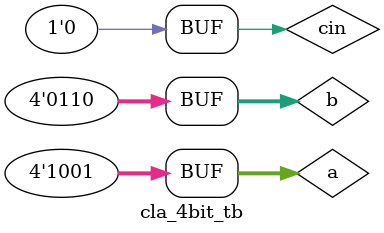
<source format=v>
 module cla_4bit (a, b, cin, sum, cout);
input [3:0] a, b;  
input cin;
output [3:0] sum;
output cout;
 
and (g0, a[0], b[0]),
    (g1, a[1], b[1]),
    (g2, a[2], b[2]),
    (g3, a[3], b[3]);
 
xor (p0, a[0], b[0]),
    (p1, a[1], b[1]),
    (p2, a[2], b[2]),
    (p3, a[3], b[3]);
 
xor (sum[0], p0, cin),
    (sum[1], p1, c0),
    (sum[2], p2, c1),
    (sum[3], p3, c2); 
 
assign c0 = g0 | (p0 & cin),
    c1 = g1 | (p1 & g0) | (p1 & p0 & cin),
    c2 = g2 | (p2 & g1) | (p2 & p1 & g0)| (p2 & p1 & p0 & cin),
    c3 = g3 | (p3 & g2) | (p3 & p2 & g1)| (p3 & p2 & p1 & g0)|(p3 & p2 & p1 & p0 & cin);
 
assign cout = c3;
endmodule


  
module cla_4bit_tb;
reg [3:0] a, b;  
reg cin;
wire [3:0] sum;  
wire cout;
cla_4bit dut(a, b, cin, sum, cout);

 
initial
begin
$monitor("A=%b\tB=%b\tCin=%b\tSum=%b\tCarry=%b",a,b,cin,sum,cout);
 a = 4'b0000; b = 4'b0000; cin = 1'b0;
#10 a = 4'b0001; b = 4'b0010; cin = 1'b0;
#10 a = 4'b0010; b = 4'b0110; cin = 1'b0;
#10 a = 4'b0111; b = 4'b0111; cin = 1'b0;
#10 a = 4'b1001; b = 4'b0110; cin = 1'b0;

 
end
 
endmodule

</source>
